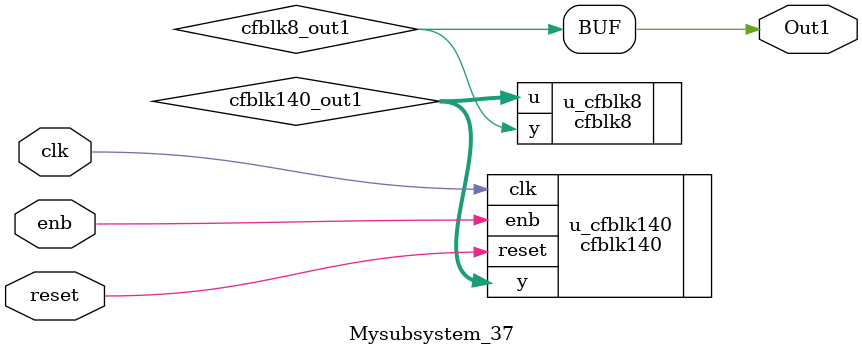
<source format=v>



`timescale 1 ns / 1 ns

module Mysubsystem_37
          (clk,
           reset,
           enb,
           Out1);


  input   clk;
  input   reset;
  input   enb;
  output  Out1;


  wire [15:0] cfblk140_out1;  // uint16
  wire cfblk8_out1;


  cfblk140 u_cfblk140 (.clk(clk),
                       .reset(reset),
                       .enb(enb),
                       .y(cfblk140_out1)  // uint16
                       );

  cfblk8 u_cfblk8 (.u(cfblk140_out1),  // uint16
                   .y(cfblk8_out1)
                   );

  assign Out1 = cfblk8_out1;

endmodule  // Mysubsystem_37


</source>
